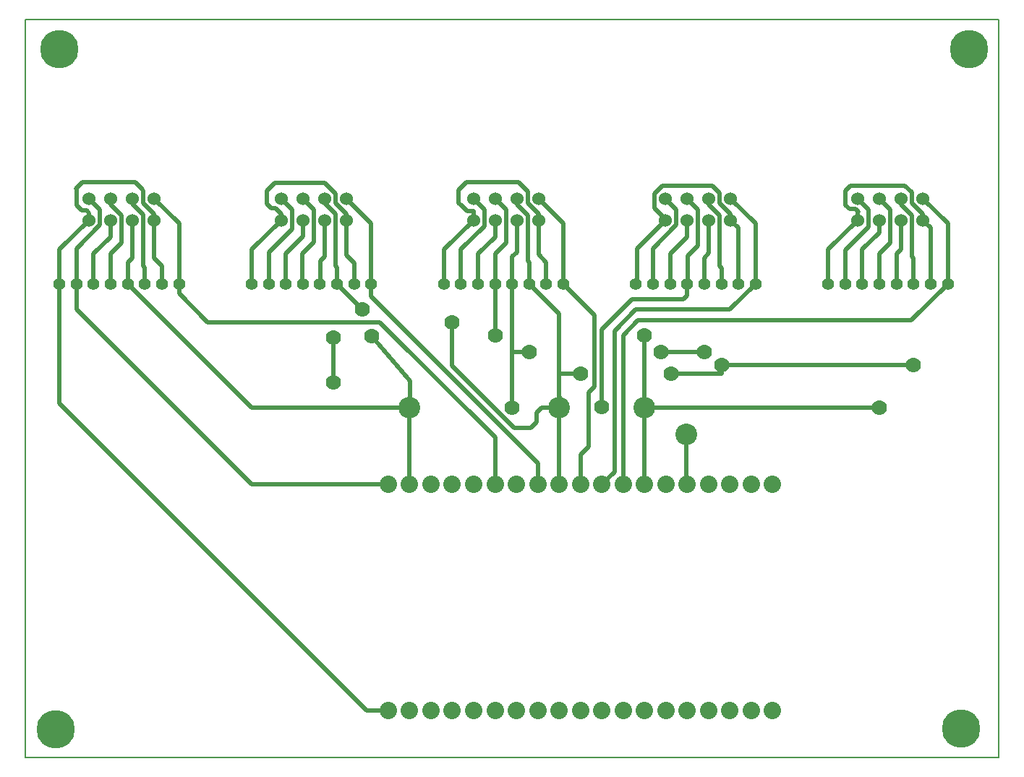
<source format=gbr>
G04 PROTEUS GERBER X2 FILE*
%TF.GenerationSoftware,Labcenter,Proteus,8.6-SP2-Build23525*%
%TF.CreationDate,2025-01-29T09:47:47+00:00*%
%TF.FileFunction,Copper,L2,Bot*%
%TF.FilePolarity,Positive*%
%TF.Part,Single*%
%FSLAX45Y45*%
%MOMM*%
G01*
%TA.AperFunction,Conductor*%
%ADD10C,0.508000*%
%TA.AperFunction,ViaPad*%
%ADD11C,1.778000*%
%TA.AperFunction,ComponentPad*%
%ADD12C,2.032000*%
%TA.AperFunction,WasherPad*%
%ADD13C,1.524000*%
%ADD14C,1.397000*%
%TA.AperFunction,ComponentPad*%
%ADD15C,2.540000*%
%TA.AperFunction,OtherPad,Unknown*%
%ADD16C,4.500000*%
%TA.AperFunction,Profile*%
%ADD17C,0.203200*%
%TD.AperFunction*%
D10*
X-5504000Y+4296000D02*
X-5850000Y+3950000D01*
X-5850000Y+3550000D01*
X-5504000Y+4550000D02*
X-5377035Y+4423035D01*
X-5377035Y+4239229D01*
X-5650000Y+3966264D01*
X-5650000Y+3550000D01*
X-5250000Y+4296000D02*
X-5250000Y+4100000D01*
X-5450000Y+3900000D01*
X-5450000Y+3550000D01*
X-5250000Y+4550000D02*
X-5250000Y+4475617D01*
X-5122947Y+4348564D01*
X-5122947Y+4027053D01*
X-5250000Y+3900000D01*
X-5250000Y+3550000D01*
X-4996000Y+4296000D02*
X-4996000Y+3854000D01*
X-5050000Y+3800000D01*
X-5050000Y+3550000D01*
X-4996000Y+4550000D02*
X-4996000Y+4490846D01*
X-4868953Y+4363799D01*
X-4868953Y+3759038D01*
X-4851368Y+3741453D01*
X-4851368Y+3551368D01*
X-4850000Y+3550000D01*
X-4742000Y+4296000D02*
X-4742000Y+3852281D01*
X-4646679Y+3756960D01*
X-4646679Y+3553321D01*
X-4650000Y+3550000D01*
X-4742000Y+4550000D02*
X-4450000Y+4258000D01*
X-4450000Y+3550000D01*
X-5504000Y+4296000D02*
X-5504000Y+4378577D01*
X-5533664Y+4408241D01*
X-5592589Y+4408241D01*
X-5651515Y+4467167D01*
X-5651515Y+4662552D01*
X-5654616Y+4665653D01*
X-5583285Y+4736984D01*
X-5583285Y+4740085D01*
X-4966118Y+4740085D01*
X-4888584Y+4662551D01*
X-4868908Y+4642875D01*
X-4868908Y+4497422D01*
X-4742000Y+4370514D01*
X-4742000Y+4296000D01*
X-3254000Y+4296000D02*
X-3600000Y+3950000D01*
X-3600000Y+3550000D01*
X-3254000Y+4550000D02*
X-3126997Y+4422997D01*
X-3126997Y+4188173D01*
X-3397784Y+3917386D01*
X-3400000Y+3915170D01*
X-3400000Y+3550000D01*
X-3000000Y+4296000D02*
X-3000000Y+4105445D01*
X-3202041Y+3903404D01*
X-3200000Y+3901363D01*
X-3200000Y+3550000D01*
X-3000000Y+4550000D02*
X-2872922Y+4422922D01*
X-2872922Y+4035043D01*
X-3004460Y+3903505D01*
X-3004460Y+3554460D01*
X-3000000Y+3550000D01*
X-2746000Y+4296000D02*
X-2746000Y+3872964D01*
X-2798859Y+3820105D01*
X-2798859Y+3551141D01*
X-2800000Y+3550000D01*
X-2492000Y+4296000D02*
X-2492000Y+3886256D01*
X-2400899Y+3795155D01*
X-2400899Y+3550899D01*
X-2400000Y+3550000D01*
X-2492000Y+4550000D02*
X-2200000Y+4258000D01*
X-2200000Y+3550000D01*
X-2746000Y+4550000D02*
X-2746000Y+4496000D01*
X-2619042Y+4369042D01*
X-2619042Y+3761909D01*
X-2600186Y+3743053D01*
X-2600186Y+3550186D01*
X-2600000Y+3550000D01*
X-3254000Y+4296000D02*
X-3254000Y+4370402D01*
X-3318096Y+4434498D01*
X-3371592Y+4434498D01*
X-3423333Y+4486239D01*
X-3423333Y+4585015D01*
X-3423333Y+4636756D01*
X-3329259Y+4730830D01*
X-2747212Y+4730830D01*
X-2619000Y+4602618D01*
X-2619000Y+4497414D01*
X-2492000Y+4370414D01*
X-2492000Y+4296000D01*
X-1004000Y+4296000D02*
X-1350000Y+3950000D01*
X-1350000Y+3550000D01*
X-1004000Y+4550000D02*
X-877013Y+4423013D01*
X-877013Y+4222270D01*
X-1149627Y+3949656D01*
X-1149627Y+3550373D01*
X-1150000Y+3550000D01*
X-750000Y+4296000D02*
X-750000Y+4100000D01*
X-950000Y+3900000D01*
X-950000Y+3550000D01*
X-750000Y+4550000D02*
X-623057Y+4423057D01*
X-623057Y+4026943D01*
X-750000Y+3900000D01*
X-750000Y+3550000D01*
X-496000Y+4296000D02*
X-496000Y+3921247D01*
X-552258Y+3864989D01*
X-552258Y+3552258D01*
X-550000Y+3550000D01*
X-496000Y+4550000D02*
X-496000Y+4475591D01*
X-369032Y+4348623D01*
X-369032Y+3819032D01*
X-350000Y+3800000D01*
X-350000Y+3550000D01*
X-242000Y+4296000D02*
X-242000Y+3892000D01*
X-150000Y+3800000D01*
X-150000Y+3550000D01*
X+1246000Y+4296000D02*
X+913909Y+3963909D01*
X+913909Y+3958390D01*
X+913909Y+3563909D01*
X+900000Y+3550000D01*
X+1500000Y+4296000D02*
X+1500000Y+4100000D01*
X+1300000Y+3900000D01*
X+1300000Y+3550000D01*
X+1500000Y+4550000D02*
X+1627079Y+4422921D01*
X+1627079Y+3995202D01*
X+1507548Y+3875671D01*
X+1507548Y+3557548D01*
X+1500000Y+3550000D01*
X+1754000Y+4296000D02*
X+1754000Y+3908024D01*
X+1700000Y+3854024D01*
X+1700000Y+3550000D01*
X+1754000Y+4550000D02*
X+1754000Y+4475551D01*
X+1880958Y+4348593D01*
X+1880958Y+3760153D01*
X+1906551Y+3734560D01*
X+1906551Y+3556551D01*
X+1900000Y+3550000D01*
X+2008000Y+4296000D02*
X+2100000Y+4204000D01*
X+2100000Y+3550000D01*
X+1246000Y+4550000D02*
X+1372997Y+4423003D01*
X+1372997Y+4237441D01*
X+1100000Y+3964444D01*
X+1100000Y+3550000D01*
X+2008000Y+4550000D02*
X+2300000Y+4258000D01*
X+2300000Y+3550000D01*
X+3496000Y+4296000D02*
X+3150000Y+3950000D01*
X+3150000Y+3550000D01*
X+3496000Y+4550000D02*
X+3622972Y+4423028D01*
X+3622972Y+4215144D01*
X+3353243Y+3945415D01*
X+3353243Y+3553243D01*
X+3350000Y+3550000D01*
X+3750000Y+4550000D02*
X+3876907Y+4423093D01*
X+3876907Y+4026907D01*
X+3750000Y+3900000D01*
X+3750000Y+3550000D01*
X+4004000Y+4296000D02*
X+4004000Y+3954000D01*
X+3950000Y+3900000D01*
X+3950000Y+3550000D01*
X+4004000Y+4550000D02*
X+4004000Y+4475598D01*
X+4131031Y+4348567D01*
X+4131031Y+3868318D01*
X+4151251Y+3848098D01*
X+4151251Y+3551251D01*
X+4150000Y+3550000D01*
X+4258000Y+4296000D02*
X+4350000Y+4204000D01*
X+4350000Y+3550000D01*
X+4258000Y+4550000D02*
X+4550000Y+4258000D01*
X+4550000Y+3550000D01*
X+3496000Y+4296000D02*
X+3496000Y+4383369D01*
X+3502464Y+4389833D01*
X+3466780Y+4425517D01*
X+3401902Y+4425517D01*
X+3353243Y+4474176D01*
X+3353243Y+4642860D01*
X+3410383Y+4700000D01*
X+4050000Y+4700000D01*
X+4131018Y+4618982D01*
X+4131018Y+4497407D01*
X+4258000Y+4370425D01*
X+4258000Y+4296000D01*
X+3750000Y+4296000D02*
X+3750000Y+4150000D01*
X+3550000Y+3950000D01*
X+3550000Y+3550000D01*
X-1750000Y+2100000D02*
X-1750000Y+1200000D01*
X+0Y+2100000D02*
X+0Y+1200000D01*
X+1000000Y+2100000D02*
X+1000000Y+1200000D01*
X-1004000Y+4296000D02*
X-1004000Y+4396000D01*
X-1000000Y+4400000D01*
X-1075432Y+4400000D01*
X-1143556Y+4468124D01*
X-1174914Y+4499482D01*
X-1174914Y+4650000D01*
X-1162371Y+4662543D01*
X-1080840Y+4744074D01*
X-478766Y+4744074D01*
X-368951Y+4634259D01*
X-368951Y+4497387D01*
X-242000Y+4370436D01*
X-242000Y+4296000D01*
X-5050000Y+3550000D02*
X-3600000Y+2100000D01*
X-1750000Y+2100000D01*
X-4450000Y+3550000D02*
X-4450000Y+3433457D01*
X-4116543Y+3100000D01*
X-2100000Y+3100000D01*
X-750000Y+1750000D01*
X-750000Y+1200000D01*
X-2200000Y+3550000D02*
X-2200000Y+3400000D01*
X-250000Y+1450000D01*
X-250000Y+1200000D01*
X-2600000Y+3550000D02*
X-2300000Y+3250000D01*
X-1250000Y+3100000D02*
X-1250000Y+2586341D01*
X-526481Y+1862822D01*
X-327642Y+1862822D01*
X-263501Y+1926963D01*
X-263501Y+2036499D01*
X-200000Y+2100000D01*
X+0Y+2100000D01*
X+997791Y+2227000D02*
X+1000000Y+2100000D01*
X+997791Y+2227000D02*
X+997791Y+2102209D01*
X+1000000Y+2100000D01*
X+8030Y+2108030D02*
X+0Y+2100000D01*
X+1490000Y+1790000D02*
X+1490000Y+1200000D01*
X+1500000Y+1200000D01*
X+3750000Y+2100000D02*
X+1000000Y+2100000D01*
X-2192020Y+2934696D02*
X-1743030Y+2415152D01*
X-1743030Y+2106970D01*
X-1750000Y+2100000D01*
X-550000Y+3550000D02*
X-550000Y+2800000D01*
X-750000Y+3550000D02*
X-750000Y+2950000D01*
X+999857Y+2950000D02*
X+997791Y+2227000D01*
X+8030Y+2227000D02*
X+8030Y+2108030D01*
X+1900000Y+2600000D02*
X+1900000Y+2610000D01*
X+1900000Y+2620000D01*
X+1900000Y+2600000D01*
X+1900000Y+2610000D02*
X+1910000Y+2600000D01*
X+4150000Y+2600000D01*
X+1246000Y+4296000D02*
X+1246000Y+4312391D01*
X+1118416Y+4439975D01*
X+1118417Y+4607091D01*
X+1209333Y+4698007D01*
X+1794636Y+4698007D01*
X+1881043Y+4611600D01*
X+1881043Y+4497440D01*
X+2008000Y+4370483D01*
X+2008000Y+4296000D01*
X-2644455Y+2921954D02*
X-2644455Y+2397356D01*
X-2643841Y+2396742D01*
X-242000Y+4550000D02*
X+50000Y+4258000D01*
X+50000Y+3550000D01*
X+2300000Y+3550000D02*
X+2000000Y+3250000D01*
X+900001Y+3250000D01*
X+650000Y+2999999D01*
X+650000Y+1350000D01*
X+500000Y+1200000D01*
X+1500000Y+3550000D02*
X+1500000Y+3409716D01*
X+1456541Y+3366257D01*
X+851987Y+3366257D01*
X+500000Y+3014270D01*
X+500000Y+2104957D01*
X+50000Y+3550000D02*
X+412762Y+3187238D01*
X+412762Y+3045543D01*
X+412762Y+2346722D01*
X+345716Y+2279676D01*
X+345716Y+1645716D01*
X+250000Y+1550000D01*
X+250000Y+1200000D01*
X+8030Y+2227000D02*
X+0Y+2100000D01*
X-550000Y+2750000D02*
X-550000Y+2800000D01*
X-550000Y+2750000D02*
X-550000Y+2100000D01*
X+1700000Y+2750000D02*
X+1190000Y+2750000D01*
X-350000Y+2750000D02*
X-550000Y+2750000D01*
X+4550000Y+3550000D02*
X+4122682Y+3122682D01*
X+922682Y+3122682D01*
X+750000Y+2950000D01*
X+750000Y+1200000D01*
X+0Y+2108504D02*
X+0Y+2100000D01*
X+1900000Y+2600000D02*
X+1900000Y+2500000D01*
X+1310000Y+2500000D01*
X+250000Y+2500000D02*
X+0Y+2500000D01*
X+0Y+2108504D01*
X-350000Y+3550000D02*
X+0Y+3200000D01*
X+0Y+2500000D01*
X-5650000Y+3550000D02*
X-5650000Y+3250000D01*
X-3600000Y+1200000D01*
X-2000000Y+1200000D01*
X-2000000Y-1450000D02*
X-2250001Y-1450000D01*
X-5850000Y+2149999D01*
X-5850000Y+3550000D01*
D11*
X-1250000Y+3100000D03*
X-2300000Y+3250000D03*
X+3750000Y+2100000D03*
X-2192020Y+2934696D03*
X-750000Y+2950000D03*
X+999857Y+2950000D03*
X+4150000Y+2600000D03*
X-550000Y+2100000D03*
X-2644455Y+2921954D03*
X-2643841Y+2396742D03*
X+500000Y+2104957D03*
X+1700000Y+2750000D03*
X+1190000Y+2750000D03*
X-350000Y+2750000D03*
X+1900000Y+2600000D03*
X+1310000Y+2500000D03*
X+250000Y+2500000D03*
D12*
X-2000000Y-1450000D03*
X+2500000Y-1450000D03*
X+2500000Y+1200000D03*
X+2250000Y-1450000D03*
X-1750000Y-1450000D03*
X+1250000Y+1200000D03*
X+1500000Y+1200000D03*
X+1000000Y+1200000D03*
X+250000Y+1200000D03*
X+1000000Y-1450000D03*
X+1500000Y-1450000D03*
X+750000Y-1450000D03*
X+1750000Y+1200000D03*
X+750000Y+1200000D03*
X+500000Y+1200000D03*
X+0Y+1200000D03*
X-250000Y+1200000D03*
X-750000Y+1200000D03*
X-1500000Y+1200000D03*
X-1750000Y+1200000D03*
X+0Y-1450000D03*
X+250000Y-1450000D03*
X+500000Y-1450000D03*
X-500000Y-1450000D03*
X-250000Y-1450000D03*
X-1000000Y-1450000D03*
X-750000Y-1450000D03*
X+1250000Y-1450000D03*
X-500000Y+1200000D03*
X-2000000Y+1200000D03*
X-1000000Y+1200000D03*
X+2250000Y+1200000D03*
X+2000000Y+1200000D03*
X+1750000Y-1450000D03*
X+2000000Y-1450000D03*
X-1250000Y-1450000D03*
X-1500000Y-1450000D03*
X-1250000Y+1200000D03*
D13*
X-5504000Y+4296000D03*
X-5504000Y+4550000D03*
X-5250000Y+4296000D03*
X-5250000Y+4550000D03*
X-4996000Y+4296000D03*
X-4996000Y+4550000D03*
X-4742000Y+4296000D03*
X-4742000Y+4550000D03*
X-3254000Y+4296000D03*
X-3254000Y+4550000D03*
X-3000000Y+4296000D03*
X-3000000Y+4550000D03*
X-2746000Y+4296000D03*
X-2746000Y+4550000D03*
X-2492000Y+4296000D03*
X-2492000Y+4550000D03*
X+1246000Y+4296000D03*
X+1246000Y+4550000D03*
X+1500000Y+4296000D03*
X+1500000Y+4550000D03*
X+1754000Y+4296000D03*
X+1754000Y+4550000D03*
X+2008000Y+4296000D03*
X+2008000Y+4550000D03*
X+3496000Y+4296000D03*
X+3496000Y+4550000D03*
X+3750000Y+4296000D03*
X+3750000Y+4550000D03*
X+4004000Y+4296000D03*
X+4004000Y+4550000D03*
X+4258000Y+4296000D03*
X+4258000Y+4550000D03*
X-1004000Y+4296000D03*
X-1004000Y+4550000D03*
X-750000Y+4296000D03*
X-750000Y+4550000D03*
X-496000Y+4296000D03*
X-496000Y+4550000D03*
X-242000Y+4296000D03*
X-242000Y+4550000D03*
D14*
X-5850000Y+3550000D03*
X-5650000Y+3550000D03*
X-5450000Y+3550000D03*
X-5250000Y+3550000D03*
X-5050000Y+3550000D03*
X-4850000Y+3550000D03*
X-4650000Y+3550000D03*
X-4450000Y+3550000D03*
X-3600000Y+3550000D03*
X-3400000Y+3550000D03*
X-3200000Y+3550000D03*
X-3000000Y+3550000D03*
X-2800000Y+3550000D03*
X-2600000Y+3550000D03*
X-2400000Y+3550000D03*
X-2200000Y+3550000D03*
X-1350000Y+3550000D03*
X-1150000Y+3550000D03*
X-950000Y+3550000D03*
X-750000Y+3550000D03*
X-550000Y+3550000D03*
X-350000Y+3550000D03*
X-150000Y+3550000D03*
X+50000Y+3550000D03*
X+900000Y+3550000D03*
X+1100000Y+3550000D03*
X+1300000Y+3550000D03*
X+1500000Y+3550000D03*
X+1700000Y+3550000D03*
X+1900000Y+3550000D03*
X+2100000Y+3550000D03*
X+2300000Y+3550000D03*
X+3150000Y+3550000D03*
X+3350000Y+3550000D03*
X+3550000Y+3550000D03*
X+3750000Y+3550000D03*
X+3950000Y+3550000D03*
X+4150000Y+3550000D03*
X+4350000Y+3550000D03*
X+4550000Y+3550000D03*
D15*
X+0Y+2100000D03*
X-1750000Y+2100000D03*
X+1000000Y+2100000D03*
X+1490000Y+1790000D03*
D16*
X-5890000Y-1670000D03*
X+4710000Y-1660000D03*
X-5850000Y+6300000D03*
X+4800000Y+6300000D03*
D17*
X-6250000Y-2000000D02*
X-6250000Y+6650000D01*
X+5150000Y+6650000D01*
X+5150000Y-2000000D01*
X-6250000Y-2000000D01*
M02*

</source>
